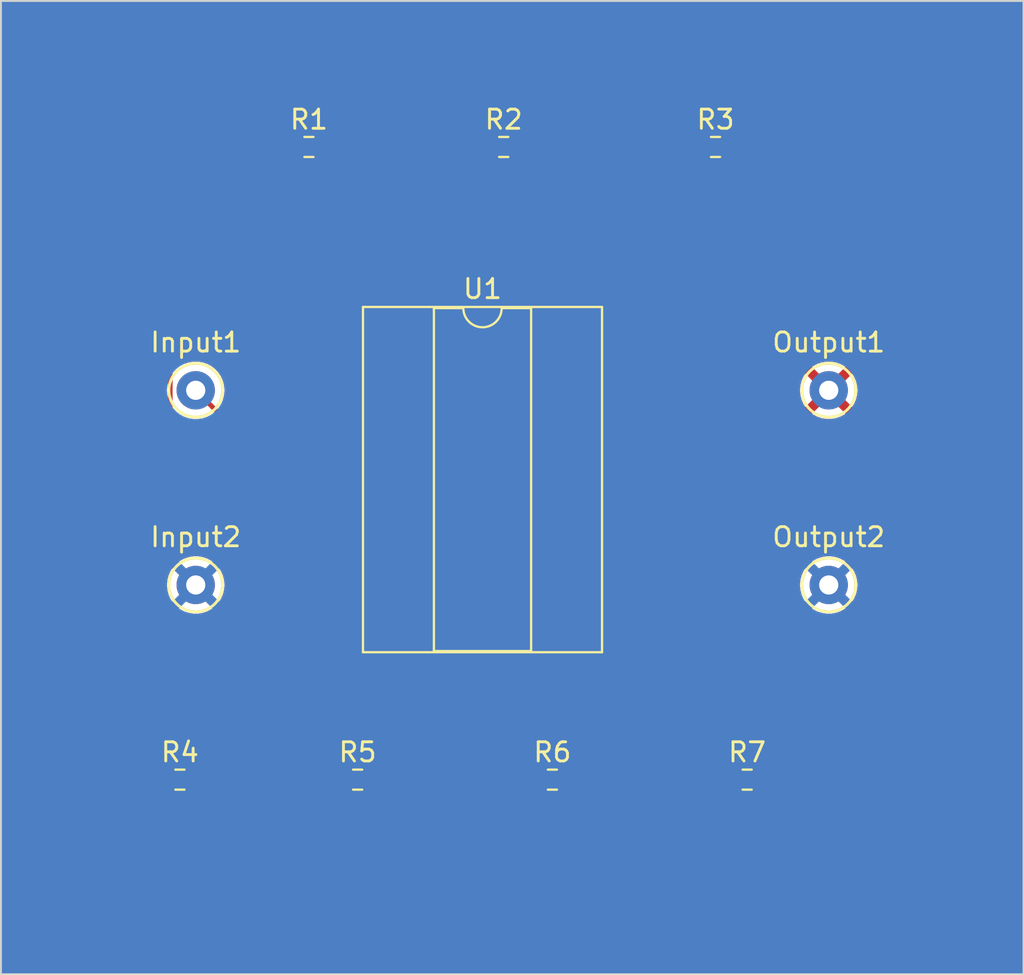
<source format=kicad_pcb>
(kicad_pcb (version 20221018) (generator pcbnew)
  (layers (0 "F.Cu" signal) (31 "B.Cu" signal) (34 "B.Paste" user) (35 "F.Paste" user) (36 "B.SilkS" user "B.Silkscreen") (37 "F.SilkS" user "F.Silkscreen") (38 "B.Mask" user) (39 "F.Mask" user) (44 "Edge.Cuts" user))
  (net 0 "")
  (net 1 "Net-(U1A-+)")
  (net 2 "GND")
  (net 3 "Net-(Output1-Pad1)")
  (net 4 "Net-(U1C-+)")
  (net 5 "Net-(R3-Pad2)")
  (net 6 "Net-(U1B--)")
  (net 7 "Net-(U1A--)")
  (net 8 "Net-(U1B-+)")
  (footprint "TestPoint:TestPoint_Keystone_5000-5004_Miniature" (layer "F.Cu") (at 119.38 88.9)
    (fp_text reference "Input1" (at 0 -2.5) (layer "F.SilkS"))
    (fp_text value "Input1")
    (fp_circle (center 0 0) (end 1.4 0) (stroke (width 0.15)) (fill none) (layer "F.SilkS"))
    (pad "1" thru_hole circle (at 0 0) (size 2 2) (drill 1) (layers "*.Cu" "*.Mask") (net 1 "Net-(U1A-+)"))
  )
  (footprint "TestPoint:TestPoint_Keystone_5000-5004_Miniature" (layer "F.Cu") (at 152.4 88.9)
    (fp_text reference "Output1" (at 0 -2.5) (layer "F.SilkS"))
    (fp_text value "Output1")
    (fp_circle (center 0 0) (end 1.4 0) (stroke (width 0.15)) (fill none) (layer "F.SilkS"))
    (pad "1" thru_hole circle (at 0 0) (size 2 2) (drill 1) (layers "*.Cu" "*.Mask") (net 3 "Net-(Output1-Pad1)"))
  )
  (footprint "Resistor_SMD:R_0603_1608Metric" (layer "F.Cu") (at 137.985 109.22)
    (fp_text reference "R6" (at 0 -1.43) (layer "F.SilkS"))
    (fp_text value "R_Small_US")
    (fp_line (start -0.237258 -0.5225) (end 0.237258 -0.5225) (stroke (width 0.12)) (layer "F.SilkS"))
    (fp_line (start -0.237258 0.5225) (end 0.237258 0.5225) (stroke (width 0.12)) (layer "F.SilkS"))
    (pad "1" smd roundrect (at -0.825 0) (size 0.8 0.95) (layers "F.Cu" "F.Paste" "F.Mask") (net 8 "Net-(U1B-+)"))
    (pad "2" smd roundrect (at 0.825 0) (size 0.8 0.95) (layers "F.Cu" "F.Paste" "F.Mask") (net 7 "Net-(U1A--)"))
  )
  (footprint "Resistor_SMD:R_0603_1608Metric" (layer "F.Cu") (at 118.555 109.22)
    (fp_text reference "R4" (at 0 -1.43) (layer "F.SilkS"))
    (fp_text value "R_Small_US")
    (fp_line (start -0.237258 -0.5225) (end 0.237258 -0.5225) (stroke (width 0.12)) (layer "F.SilkS"))
    (fp_line (start -0.237258 0.5225) (end 0.237258 0.5225) (stroke (width 0.12)) (layer "F.SilkS"))
    (pad "1" smd roundrect (at -0.825 0) (size 0.8 0.95) (layers "F.Cu" "F.Paste" "F.Mask") (net 5 "Net-(R3-Pad2)"))
    (pad "2" smd roundrect (at 0.825 0) (size 0.8 0.95) (layers "F.Cu" "F.Paste" "F.Mask") (net 6 "Net-(U1B--)"))
  )
  (footprint "Resistor_SMD:R_0603_1608Metric" (layer "F.Cu") (at 135.445 76.2)
    (fp_text reference "R2" (at 0 -1.43) (layer "F.SilkS"))
    (fp_text value "R_Small_US")
    (fp_line (start -0.237258 -0.5225) (end 0.237258 -0.5225) (stroke (width 0.12)) (layer "F.SilkS"))
    (fp_line (start -0.237258 0.5225) (end 0.237258 0.5225) (stroke (width 0.12)) (layer "F.SilkS"))
    (pad "1" smd roundrect (at -0.825 0) (size 0.8 0.95) (layers "F.Cu" "F.Paste" "F.Mask") (net 2 "GND"))
    (pad "2" smd roundrect (at 0.825 0) (size 0.8 0.95) (layers "F.Cu" "F.Paste" "F.Mask") (net 3 "Net-(Output1-Pad1)"))
  )
  (footprint "Resistor_SMD:R_0603_1608Metric" (layer "F.Cu") (at 125.285 76.2)
    (fp_text reference "R1" (at 0 -1.43) (layer "F.SilkS"))
    (fp_text value "R_Small_US")
    (fp_line (start -0.237258 -0.5225) (end 0.237258 -0.5225) (stroke (width 0.12)) (layer "F.SilkS"))
    (fp_line (start -0.237258 0.5225) (end 0.237258 0.5225) (stroke (width 0.12)) (layer "F.SilkS"))
    (pad "1" smd roundrect (at -0.825 0) (size 0.8 0.95) (layers "F.Cu" "F.Paste" "F.Mask") (net 4 "Net-(U1C-+)"))
    (pad "2" smd roundrect (at 0.825 0) (size 0.8 0.95) (layers "F.Cu" "F.Paste" "F.Mask") (net 3 "Net-(Output1-Pad1)"))
  )
  (footprint "TestPoint:TestPoint_Keystone_5000-5004_Miniature" (layer "F.Cu") (at 152.4 99.06)
    (fp_text reference "Output2" (at 0 -2.5) (layer "F.SilkS"))
    (fp_text value "Output2")
    (fp_circle (center 0 0) (end 1.4 0) (stroke (width 0.15)) (fill none) (layer "F.SilkS"))
    (pad "1" thru_hole circle (at 0 0) (size 2 2) (drill 1) (layers "*.Cu" "*.Mask") (net 2 "GND"))
  )
  (footprint "Package_DIP:DIP-14_W8.89mm_SMDSocket_LongPads" (layer "F.Cu") (at 134.34 93.56)
    (fp_text reference "U1" (at 0 -9.95) (layer "F.SilkS"))
    (fp_text value "LM324")
    (fp_line (start -6.235 -9.01) (end -6.235 9.01) (stroke (width 0.12)) (layer "F.SilkS"))
    (fp_line (start -6.235 9.01) (end 6.235 9.01) (stroke (width 0.12)) (layer "F.SilkS"))
    (fp_line (start -2.535 -8.95) (end -2.535 8.95) (stroke (width 0.12)) (layer "F.SilkS"))
    (fp_line (start -2.535 8.95) (end 2.535 8.95) (stroke (width 0.12)) (layer "F.SilkS"))
    (fp_line (start -1 -8.95) (end -2.535 -8.95) (stroke (width 0.12)) (layer "F.SilkS"))
    (fp_line (start 2.535 -8.95) (end 1 -8.95) (stroke (width 0.12)) (layer "F.SilkS"))
    (fp_line (start 2.535 8.95) (end 2.535 -8.95) (stroke (width 0.12)) (layer "F.SilkS"))
    (fp_line (start 6.235 -9.01) (end -6.235 -9.01) (stroke (width 0.12)) (layer "F.SilkS"))
    (fp_line (start 6.235 9.01) (end 6.235 -9.01) (stroke (width 0.12)) (layer "F.SilkS"))
    (fp_arc (start 1 -8.95) (mid 0 -7.95) (end -1 -8.95) (stroke (width 0.12)) (layer "F.SilkS"))
    (pad "1" smd rect (at -4.445 -7.62) (size 3.1 1.6) (layers "F.Cu" "F.Paste" "F.Mask") (net 8 "Net-(U1B-+)"))
    (pad "2" smd rect (at -4.445 -5.08) (size 3.1 1.6) (layers "F.Cu" "F.Paste" "F.Mask") (net 7 "Net-(U1A--)"))
    (pad "3" smd rect (at -4.445 -2.54) (size 3.1 1.6) (layers "F.Cu" "F.Paste" "F.Mask") (net 1 "Net-(U1A-+)"))
    (pad "4" smd rect (at -4.445 0) (size 3.1 1.6) (layers "F.Cu" "F.Paste" "F.Mask"))
    (pad "5" smd rect (at -4.445 2.54) (size 3.1 1.6) (layers "F.Cu" "F.Paste" "F.Mask") (net 8 "Net-(U1B-+)"))
    (pad "6" smd rect (at -4.445 5.08) (size 3.1 1.6) (layers "F.Cu" "F.Paste" "F.Mask") (net 6 "Net-(U1B--)"))
    (pad "7" smd rect (at -4.445 7.62) (size 3.1 1.6) (layers "F.Cu" "F.Paste" "F.Mask") (net 5 "Net-(R3-Pad2)"))
    (pad "8" smd rect (at 4.445 7.62) (size 3.1 1.6) (layers "F.Cu" "F.Paste" "F.Mask") (net 3 "Net-(Output1-Pad1)"))
    (pad "9" smd rect (at 4.445 5.08) (size 3.1 1.6) (layers "F.Cu" "F.Paste" "F.Mask") (net 2 "GND"))
    (pad "10" smd rect (at 4.445 2.54) (size 3.1 1.6) (layers "F.Cu" "F.Paste" "F.Mask") (net 4 "Net-(U1C-+)"))
    (pad "11" smd rect (at 4.445 0) (size 3.1 1.6) (layers "F.Cu" "F.Paste" "F.Mask"))
    (pad "12" smd rect (at 4.445 -2.54) (size 3.1 1.6) (layers "F.Cu" "F.Paste" "F.Mask"))
    (pad "13" smd rect (at 4.445 -5.08) (size 3.1 1.6) (layers "F.Cu" "F.Paste" "F.Mask"))
    (pad "14" smd rect (at 4.445 -7.62) (size 3.1 1.6) (layers "F.Cu" "F.Paste" "F.Mask"))
  )
  (footprint "Resistor_SMD:R_0603_1608Metric" (layer "F.Cu") (at 148.145 109.22)
    (fp_text reference "R7" (at 0 -1.43) (layer "F.SilkS"))
    (fp_text value "R_Small_US")
    (fp_line (start -0.237258 -0.5225) (end 0.237258 -0.5225) (stroke (width 0.12)) (layer "F.SilkS"))
    (fp_line (start -0.237258 0.5225) (end 0.237258 0.5225) (stroke (width 0.12)) (layer "F.SilkS"))
    (pad "1" smd roundrect (at -0.825 0) (size 0.8 0.95) (layers "F.Cu" "F.Paste" "F.Mask") (net 7 "Net-(U1A--)"))
    (pad "2" smd roundrect (at 0.825 0) (size 0.8 0.95) (layers "F.Cu" "F.Paste" "F.Mask") (net 2 "GND"))
  )
  (footprint "Resistor_SMD:R_0603_1608Metric" (layer "F.Cu") (at 127.825 109.22)
    (fp_text reference "R5" (at 0 -1.43) (layer "F.SilkS"))
    (fp_text value "R_Small_US")
    (fp_line (start -0.237258 -0.5225) (end 0.237258 -0.5225) (stroke (width 0.12)) (layer "F.SilkS"))
    (fp_line (start -0.237258 0.5225) (end 0.237258 0.5225) (stroke (width 0.12)) (layer "F.SilkS"))
    (pad "1" smd roundrect (at -0.825 0) (size 0.8 0.95) (layers "F.Cu" "F.Paste" "F.Mask") (net 2 "GND"))
    (pad "2" smd roundrect (at 0.825 0) (size 0.8 0.95) (layers "F.Cu" "F.Paste" "F.Mask") (net 6 "Net-(U1B--)"))
  )
  (footprint "Resistor_SMD:R_0603_1608Metric" (layer "F.Cu") (at 146.495 76.2)
    (fp_text reference "R3" (at 0 -1.43) (layer "F.SilkS"))
    (fp_text value "R_Small_US")
    (fp_line (start -0.237258 -0.5225) (end 0.237258 -0.5225) (stroke (width 0.12)) (layer "F.SilkS"))
    (fp_line (start -0.237258 0.5225) (end 0.237258 0.5225) (stroke (width 0.12)) (layer "F.SilkS"))
    (pad "1" smd roundrect (at -0.825 0) (size 0.8 0.95) (layers "F.Cu" "F.Paste" "F.Mask") (net 4 "Net-(U1C-+)"))
    (pad "2" smd roundrect (at 0.825 0) (size 0.8 0.95) (layers "F.Cu" "F.Paste" "F.Mask") (net 5 "Net-(R3-Pad2)"))
  )
  (footprint "TestPoint:TestPoint_Keystone_5000-5004_Miniature" (layer "F.Cu") (at 119.38 99.06)
    (fp_text reference "Input2" (at 0 -2.5) (layer "F.SilkS"))
    (fp_text value "Input2")
    (fp_circle (center 0 0) (end 1.4 0) (stroke (width 0.15)) (fill none) (layer "F.SilkS"))
    (pad "1" thru_hole circle (at 0 0) (size 2 2) (drill 1) (layers "*.Cu" "*.Mask") (net 2 "GND"))
  )
  (gr_rect (start 109.22 68.58) (end 162.56 119.38) (stroke (width 0.1)) (fill none) (layer "Edge.Cuts"))
  (segment (start 121.5 91.02) (end 129.895 91.02) (width 0.25) (layer "F.Cu") (net 1))
  (segment (start 119.38 88.9) (end 121.5 91.02) (width 0.25) (layer "F.Cu") (net 1))
  (segment (start 134.62 96.3503) (end 136.9097 98.64) (width 0.25) (layer "F.Cu") (net 2))
  (segment (start 117.3 110.025) (end 126.195 110.025) (width 0.25) (layer "F.Cu") (net 2))
  (segment (start 117.0029 109.7279) (end 117.3 110.025) (width 0.25) (layer "F.Cu") (net 2))
  (segment (start 148.1583 110.0317) (end 148.97 109.22) (width 0.25) (layer "F.Cu") (net 2))
  (segment (start 152.4 99.06) (end 148.97 102.49) (width 0.25) (layer "F.Cu") (net 2))
  (segment (start 148.97 102.49) (end 137.215 102.49) (width 0.25) (layer "F.Cu") (net 2))
  (segment (start 119.38 99.06) (end 117.0029 101.4371) (width 0.25) (layer "F.Cu") (net 2))
  (segment (start 117.0029 101.4371) (end 117.0029 109.7279) (width 0.25) (layer "F.Cu") (net 2))
  (segment (start 127 109.22) (end 127.8117 110.0317) (width 0.25) (layer "F.Cu") (net 2))
  (segment (start 138.785 98.64) (end 136.9097 98.64) (width 0.25) (layer "F.Cu") (net 2))
  (segment (start 134.62 76.2) (end 134.62 96.3503) (width 0.25) (layer "F.Cu") (net 2))
  (segment (start 126.195 110.025) (end 127 109.22) (width 0.25) (layer "F.Cu") (net 2))
  (segment (start 137.215 102.49) (end 136.9097 102.1847) (width 0.25) (layer "F.Cu") (net 2))
  (segment (start 148.97 102.49) (end 148.97 109.22) (width 0.25) (layer "F.Cu") (net 2))
  (segment (start 127.8117 110.0317) (end 148.1583 110.0317) (width 0.25) (layer "F.Cu") (net 2))
  (segment (start 136.9097 102.1847) (end 136.9097 98.64) (width 0.25) (layer "F.Cu") (net 2))
  (segment (start 126.11 76.2) (end 126.9187 75.3913) (width 0.25) (layer "F.Cu") (net 3))
  (segment (start 136.27 96.4013) (end 136.27 76.2) (width 0.25) (layer "F.Cu") (net 3))
  (segment (start 137.2387 97.37) (end 136.27 96.4013) (width 0.25) (layer "F.Cu") (net 3))
  (segment (start 126.9187 75.3913) (end 135.4613 75.3913) (width 0.25) (layer "F.Cu") (net 3))
  (segment (start 135.4613 75.3913) (end 136.27 76.2) (width 0.25) (layer "F.Cu") (net 3))
  (segment (start 140.6603 97.37) (end 137.2387 97.37) (width 0.25) (layer "F.Cu") (net 3))
  (segment (start 143.93 97.37) (end 140.6603 97.37) (width 0.25) (layer "F.Cu") (net 3))
  (segment (start 140.6603 97.37) (end 140.6603 101.18) (width 0.25) (layer "F.Cu") (net 3))
  (segment (start 138.785 101.18) (end 140.6603 101.18) (width 0.25) (layer "F.Cu") (net 3))
  (segment (start 152.4 88.9) (end 143.93 97.37) (width 0.25) (layer "F.Cu") (net 3))
  (segment (start 140.6603 96.1) (end 145.67 91.0903) (width 0.25) (layer "F.Cu") (net 4))
  (segment (start 144.4096 74.9396) (end 145.67 76.2) (width 0.25) (layer "F.Cu") (net 4))
  (segment (start 138.785 96.1) (end 140.6603 96.1) (width 0.25) (layer "F.Cu") (net 4))
  (segment (start 125.7204 74.9396) (end 144.4096 74.9396) (width 0.25) (layer "F.Cu") (net 4))
  (segment (start 145.67 91.0903) (end 145.67 76.2) (width 0.25) (layer "F.Cu") (net 4))
  (segment (start 124.46 76.2) (end 125.7204 74.9396) (width 0.25) (layer "F.Cu") (net 4))
  (segment (start 147.32 76.2) (end 145.6092 74.4892) (width 0.25) (layer "F.Cu") (net 5))
  (segment (start 126.8949 100.0551) (end 128.0197 101.18) (width 0.25) (layer "F.Cu") (net 5))
  (segment (start 129.895 101.18) (end 128.0197 101.18) (width 0.25) (layer "F.Cu") (net 5))
  (segment (start 118.0496 91.2099) (end 126.8949 100.0551) (width 0.25) (layer "F.Cu") (net 5))
  (segment (start 118.0496 81.3905) (end 118.0496 91.2099) (width 0.25) (layer "F.Cu") (net 5))
  (segment (start 145.6092 74.4892) (end 124.9509 74.4892) (width 0.25) (layer "F.Cu") (net 5))
  (segment (start 124.9509 74.4892) (end 118.0496 81.3905) (width 0.25) (layer "F.Cu") (net 5))
  (segment (start 117.73 109.22) (end 126.8949 100.0551) (width 0.25) (layer "F.Cu") (net 5))
  (segment (start 120.1829 108.4171) (end 119.38 109.22) (width 0.25) (layer "F.Cu") (net 6))
  (segment (start 129.895 98.64) (end 131.7703 98.64) (width 0.25) (layer "F.Cu") (net 6))
  (segment (start 131.7703 104.4939) (end 127.8471 108.4171) (width 0.25) (layer "F.Cu") (net 6))
  (segment (start 127.8471 108.4171) (end 120.1829 108.4171) (width 0.25) (layer "F.Cu") (net 6))
  (segment (start 128.65 109.22) (end 127.8471 108.4171) (width 0.25) (layer "F.Cu") (net 6))
  (segment (start 131.7703 98.64) (end 131.7703 104.4939) (width 0.25) (layer "F.Cu") (net 6))
  (segment (start 129.895 88.48) (end 131.7703 88.48) (width 0.25) (layer "F.Cu") (net 7))
  (segment (start 132.97 89.6797) (end 131.7703 88.48) (width 0.25) (layer "F.Cu") (net 7))
  (segment (start 132.97 103.38) (end 132.97 89.6797) (width 0.25) (layer "F.Cu") (net 7))
  (segment (start 138.81 109.22) (end 147.32 109.22) (width 0.25) (layer "F.Cu") (net 7))
  (segment (start 138.81 109.22) (end 132.97 103.38) (width 0.25) (layer "F.Cu") (net 7))
  (segment (start 132.2206 96.5503) (end 131.7703 96.1) (width 0.25) (layer "F.Cu") (net 8))
  (segment (start 131.7703 90.0852) (end 131.5797 89.8946) (width 0.25) (layer "F.Cu") (net 8))
  (segment (start 132.2206 104.2806) (end 132.2206 96.5503) (width 0.25) (layer "F.Cu") (net 8))
  (segment (start 128.4322 89.8946) (end 128.0197 89.4821) (width 0.25) (layer "F.Cu") (net 8))
  (segment (start 131.6577 96.1) (end 131.7703 96.1) (width 0.25) (layer "F.Cu") (net 8))
  (segment (start 129.895 96.1) (end 131.6577 96.1) (width 0.25) (layer "F.Cu") (net 8))
  (segment (start 129.895 85.94) (end 128.0197 85.94) (width 0.25) (layer "F.Cu") (net 8))
  (segment (start 128.0197 89.4821) (end 128.0197 85.94) (width 0.25) (layer "F.Cu") (net 8))
  (segment (start 137.16 109.22) (end 132.2206 104.2806) (width 0.25) (layer "F.Cu") (net 8))
  (segment (start 131.7703 96.1) (end 131.7703 90.0852) (width 0.25) (layer "F.Cu") (net 8))
  (segment (start 131.5797 89.8946) (end 128.4322 89.8946) (width 0.25) (layer "F.Cu") (net 8))
  (zone (net 3) (net_name "Net-(Output1-Pad1)") (layer "F.Cu") (connect_pads (clearance 0.5)) (min_thickness 0.25) (fill yes (thermal_gap 0.5) (thermal_bridge_width 0.5))
    (polygon (pts (xy 109.22 68.58) (xy 162.56 68.58) (xy 162.56 119.38) (xy 109.22 119.38)))
  )
  (zone (net 2) (net_name "GND") (layer "B.Cu") (priority 1) (connect_pads (clearance 0.5)) (min_thickness 0.25) (fill yes (thermal_gap 0.5) (thermal_bridge_width 0.5))
    (polygon (pts (xy 109.22 68.58) (xy 162.56 68.58) (xy 162.56 119.38) (xy 109.22 119.38)))
  )
)
</source>
